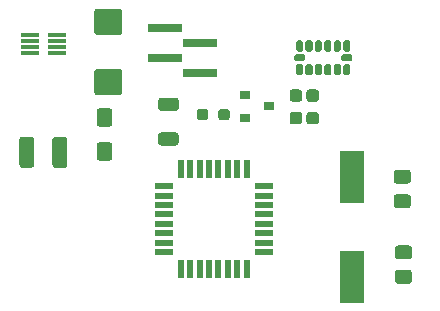
<source format=gbr>
%TF.GenerationSoftware,KiCad,Pcbnew,5.1.10-88a1d61d58~90~ubuntu21.04.1*%
%TF.CreationDate,2021-08-03T21:09:56+05:30*%
%TF.ProjectId,The Sixth Eye KiCAD,54686520-5369-4787-9468-20457965204b,v2*%
%TF.SameCoordinates,Original*%
%TF.FileFunction,Paste,Top*%
%TF.FilePolarity,Positive*%
%FSLAX46Y46*%
G04 Gerber Fmt 4.6, Leading zero omitted, Abs format (unit mm)*
G04 Created by KiCad (PCBNEW 5.1.10-88a1d61d58~90~ubuntu21.04.1) date 2021-08-03 21:09:56*
%MOMM*%
%LPD*%
G01*
G04 APERTURE LIST*
%ADD10R,2.000000X4.500000*%
%ADD11R,0.550000X1.600000*%
%ADD12R,1.600000X0.550000*%
%ADD13R,1.500000X0.300000*%
%ADD14R,3.000000X0.650000*%
%ADD15R,0.900000X0.800000*%
G04 APERTURE END LIST*
D10*
%TO.C,Y1*%
X156550000Y-100050000D03*
X156550000Y-91550000D03*
%TD*%
D11*
%TO.C,U2*%
X142035000Y-99405000D03*
X142835000Y-99405000D03*
X143635000Y-99405000D03*
X144435000Y-99405000D03*
X145235000Y-99405000D03*
X146035000Y-99405000D03*
X146835000Y-99405000D03*
X147635000Y-99405000D03*
D12*
X149085000Y-97955000D03*
X149085000Y-97155000D03*
X149085000Y-96355000D03*
X149085000Y-95555000D03*
X149085000Y-94755000D03*
X149085000Y-93955000D03*
X149085000Y-93155000D03*
X149085000Y-92355000D03*
D11*
X147635000Y-90905000D03*
X146835000Y-90905000D03*
X146035000Y-90905000D03*
X145235000Y-90905000D03*
X144435000Y-90905000D03*
X143635000Y-90905000D03*
X142835000Y-90905000D03*
X142035000Y-90905000D03*
D12*
X140585000Y-92355000D03*
X140585000Y-93155000D03*
X140585000Y-93955000D03*
X140585000Y-94755000D03*
X140585000Y-95555000D03*
X140585000Y-96355000D03*
X140585000Y-97155000D03*
X140585000Y-97955000D03*
%TD*%
D13*
%TO.C,U1*%
X131550000Y-81050000D03*
X131550000Y-80550000D03*
X131550000Y-80050000D03*
X131550000Y-79550000D03*
X129250000Y-79550000D03*
X129250000Y-80050000D03*
X129250000Y-80550000D03*
X129250000Y-81050000D03*
%TD*%
%TO.C,R1*%
G36*
G01*
X141625003Y-88925000D02*
X140374997Y-88925000D01*
G75*
G02*
X140125000Y-88675003I0J249997D01*
G01*
X140125000Y-88049997D01*
G75*
G02*
X140374997Y-87800000I249997J0D01*
G01*
X141625003Y-87800000D01*
G75*
G02*
X141875000Y-88049997I0J-249997D01*
G01*
X141875000Y-88675003D01*
G75*
G02*
X141625003Y-88925000I-249997J0D01*
G01*
G37*
G36*
G01*
X141625003Y-86000000D02*
X140374997Y-86000000D01*
G75*
G02*
X140125000Y-85750003I0J249997D01*
G01*
X140125000Y-85124997D01*
G75*
G02*
X140374997Y-84875000I249997J0D01*
G01*
X141625003Y-84875000D01*
G75*
G02*
X141875000Y-85124997I0J-249997D01*
G01*
X141875000Y-85750003D01*
G75*
G02*
X141625003Y-86000000I-249997J0D01*
G01*
G37*
%TD*%
%TO.C,C1*%
G36*
G01*
X135159999Y-85755000D02*
X136010001Y-85755000D01*
G75*
G02*
X136260000Y-86004999I0J-249999D01*
G01*
X136260000Y-87080001D01*
G75*
G02*
X136010001Y-87330000I-249999J0D01*
G01*
X135159999Y-87330000D01*
G75*
G02*
X134910000Y-87080001I0J249999D01*
G01*
X134910000Y-86004999D01*
G75*
G02*
X135159999Y-85755000I249999J0D01*
G01*
G37*
G36*
G01*
X135159999Y-88630000D02*
X136010001Y-88630000D01*
G75*
G02*
X136260000Y-88879999I0J-249999D01*
G01*
X136260000Y-89955001D01*
G75*
G02*
X136010001Y-90205000I-249999J0D01*
G01*
X135159999Y-90205000D01*
G75*
G02*
X134910000Y-89955001I0J249999D01*
G01*
X134910000Y-88879999D01*
G75*
G02*
X135159999Y-88630000I249999J0D01*
G01*
G37*
%TD*%
%TO.C,C2*%
G36*
G01*
X136825001Y-84675000D02*
X134974999Y-84675000D01*
G75*
G02*
X134725000Y-84425001I0J249999D01*
G01*
X134725000Y-82674999D01*
G75*
G02*
X134974999Y-82425000I249999J0D01*
G01*
X136825001Y-82425000D01*
G75*
G02*
X137075000Y-82674999I0J-249999D01*
G01*
X137075000Y-84425001D01*
G75*
G02*
X136825001Y-84675000I-249999J0D01*
G01*
G37*
G36*
G01*
X136825001Y-79575000D02*
X134974999Y-79575000D01*
G75*
G02*
X134725000Y-79325001I0J249999D01*
G01*
X134725000Y-77574999D01*
G75*
G02*
X134974999Y-77325000I249999J0D01*
G01*
X136825001Y-77325000D01*
G75*
G02*
X137075000Y-77574999I0J-249999D01*
G01*
X137075000Y-79325001D01*
G75*
G02*
X136825001Y-79575000I-249999J0D01*
G01*
G37*
%TD*%
%TO.C,L1*%
G36*
G01*
X132425000Y-88425000D02*
X132425000Y-90575000D01*
G75*
G02*
X132175000Y-90825000I-250000J0D01*
G01*
X131425000Y-90825000D01*
G75*
G02*
X131175000Y-90575000I0J250000D01*
G01*
X131175000Y-88425000D01*
G75*
G02*
X131425000Y-88175000I250000J0D01*
G01*
X132175000Y-88175000D01*
G75*
G02*
X132425000Y-88425000I0J-250000D01*
G01*
G37*
G36*
G01*
X129625000Y-88425000D02*
X129625000Y-90575000D01*
G75*
G02*
X129375000Y-90825000I-250000J0D01*
G01*
X128625000Y-90825000D01*
G75*
G02*
X128375000Y-90575000I0J250000D01*
G01*
X128375000Y-88425000D01*
G75*
G02*
X128625000Y-88175000I250000J0D01*
G01*
X129375000Y-88175000D01*
G75*
G02*
X129625000Y-88425000I0J-250000D01*
G01*
G37*
%TD*%
D14*
%TO.C,J3*%
X140700000Y-78995000D03*
X140700000Y-81535000D03*
X143700000Y-80265000D03*
X143700000Y-82805000D03*
%TD*%
%TO.C,C3*%
G36*
G01*
X161375000Y-100625000D02*
X160425000Y-100625000D01*
G75*
G02*
X160175000Y-100375000I0J250000D01*
G01*
X160175000Y-99700000D01*
G75*
G02*
X160425000Y-99450000I250000J0D01*
G01*
X161375000Y-99450000D01*
G75*
G02*
X161625000Y-99700000I0J-250000D01*
G01*
X161625000Y-100375000D01*
G75*
G02*
X161375000Y-100625000I-250000J0D01*
G01*
G37*
G36*
G01*
X161375000Y-98550000D02*
X160425000Y-98550000D01*
G75*
G02*
X160175000Y-98300000I0J250000D01*
G01*
X160175000Y-97625000D01*
G75*
G02*
X160425000Y-97375000I250000J0D01*
G01*
X161375000Y-97375000D01*
G75*
G02*
X161625000Y-97625000I0J-250000D01*
G01*
X161625000Y-98300000D01*
G75*
G02*
X161375000Y-98550000I-250000J0D01*
G01*
G37*
%TD*%
%TO.C,C4*%
G36*
G01*
X160325000Y-93050000D02*
X161275000Y-93050000D01*
G75*
G02*
X161525000Y-93300000I0J-250000D01*
G01*
X161525000Y-93975000D01*
G75*
G02*
X161275000Y-94225000I-250000J0D01*
G01*
X160325000Y-94225000D01*
G75*
G02*
X160075000Y-93975000I0J250000D01*
G01*
X160075000Y-93300000D01*
G75*
G02*
X160325000Y-93050000I250000J0D01*
G01*
G37*
G36*
G01*
X160325000Y-90975000D02*
X161275000Y-90975000D01*
G75*
G02*
X161525000Y-91225000I0J-250000D01*
G01*
X161525000Y-91900000D01*
G75*
G02*
X161275000Y-92150000I-250000J0D01*
G01*
X160325000Y-92150000D01*
G75*
G02*
X160075000Y-91900000I0J250000D01*
G01*
X160075000Y-91225000D01*
G75*
G02*
X160325000Y-90975000I250000J0D01*
G01*
G37*
%TD*%
%TO.C,R2*%
G36*
G01*
X143400000Y-86537500D02*
X143400000Y-86062500D01*
G75*
G02*
X143637500Y-85825000I237500J0D01*
G01*
X144137500Y-85825000D01*
G75*
G02*
X144375000Y-86062500I0J-237500D01*
G01*
X144375000Y-86537500D01*
G75*
G02*
X144137500Y-86775000I-237500J0D01*
G01*
X143637500Y-86775000D01*
G75*
G02*
X143400000Y-86537500I0J237500D01*
G01*
G37*
G36*
G01*
X145225000Y-86537500D02*
X145225000Y-86062500D01*
G75*
G02*
X145462500Y-85825000I237500J0D01*
G01*
X145962500Y-85825000D01*
G75*
G02*
X146200000Y-86062500I0J-237500D01*
G01*
X146200000Y-86537500D01*
G75*
G02*
X145962500Y-86775000I-237500J0D01*
G01*
X145462500Y-86775000D01*
G75*
G02*
X145225000Y-86537500I0J237500D01*
G01*
G37*
%TD*%
%TO.C,U3*%
G36*
G01*
X152425000Y-81800000D02*
X151775000Y-81800000D01*
G75*
G02*
X151625000Y-81650000I0J150000D01*
G01*
X151625000Y-81350000D01*
G75*
G02*
X151775000Y-81200000I150000J0D01*
G01*
X152425000Y-81200000D01*
G75*
G02*
X152575000Y-81350000I0J-150000D01*
G01*
X152575000Y-81650000D01*
G75*
G02*
X152425000Y-81800000I-150000J0D01*
G01*
G37*
G36*
G01*
X152250000Y-80975000D02*
X151950000Y-80975000D01*
G75*
G02*
X151800000Y-80825000I0J150000D01*
G01*
X151800000Y-80175000D01*
G75*
G02*
X151950000Y-80025000I150000J0D01*
G01*
X152250000Y-80025000D01*
G75*
G02*
X152400000Y-80175000I0J-150000D01*
G01*
X152400000Y-80825000D01*
G75*
G02*
X152250000Y-80975000I-150000J0D01*
G01*
G37*
G36*
G01*
X153050000Y-80975000D02*
X152750000Y-80975000D01*
G75*
G02*
X152600000Y-80825000I0J150000D01*
G01*
X152600000Y-80175000D01*
G75*
G02*
X152750000Y-80025000I150000J0D01*
G01*
X153050000Y-80025000D01*
G75*
G02*
X153200000Y-80175000I0J-150000D01*
G01*
X153200000Y-80825000D01*
G75*
G02*
X153050000Y-80975000I-150000J0D01*
G01*
G37*
G36*
G01*
X153850000Y-80975000D02*
X153550000Y-80975000D01*
G75*
G02*
X153400000Y-80825000I0J150000D01*
G01*
X153400000Y-80175000D01*
G75*
G02*
X153550000Y-80025000I150000J0D01*
G01*
X153850000Y-80025000D01*
G75*
G02*
X154000000Y-80175000I0J-150000D01*
G01*
X154000000Y-80825000D01*
G75*
G02*
X153850000Y-80975000I-150000J0D01*
G01*
G37*
G36*
G01*
X154650000Y-80975000D02*
X154350000Y-80975000D01*
G75*
G02*
X154200000Y-80825000I0J150000D01*
G01*
X154200000Y-80175000D01*
G75*
G02*
X154350000Y-80025000I150000J0D01*
G01*
X154650000Y-80025000D01*
G75*
G02*
X154800000Y-80175000I0J-150000D01*
G01*
X154800000Y-80825000D01*
G75*
G02*
X154650000Y-80975000I-150000J0D01*
G01*
G37*
G36*
G01*
X155450000Y-80975000D02*
X155150000Y-80975000D01*
G75*
G02*
X155000000Y-80825000I0J150000D01*
G01*
X155000000Y-80175000D01*
G75*
G02*
X155150000Y-80025000I150000J0D01*
G01*
X155450000Y-80025000D01*
G75*
G02*
X155600000Y-80175000I0J-150000D01*
G01*
X155600000Y-80825000D01*
G75*
G02*
X155450000Y-80975000I-150000J0D01*
G01*
G37*
G36*
G01*
X156250000Y-80975000D02*
X155950000Y-80975000D01*
G75*
G02*
X155800000Y-80825000I0J150000D01*
G01*
X155800000Y-80175000D01*
G75*
G02*
X155950000Y-80025000I150000J0D01*
G01*
X156250000Y-80025000D01*
G75*
G02*
X156400000Y-80175000I0J-150000D01*
G01*
X156400000Y-80825000D01*
G75*
G02*
X156250000Y-80975000I-150000J0D01*
G01*
G37*
G36*
G01*
X156425000Y-81800000D02*
X155775000Y-81800000D01*
G75*
G02*
X155625000Y-81650000I0J150000D01*
G01*
X155625000Y-81350000D01*
G75*
G02*
X155775000Y-81200000I150000J0D01*
G01*
X156425000Y-81200000D01*
G75*
G02*
X156575000Y-81350000I0J-150000D01*
G01*
X156575000Y-81650000D01*
G75*
G02*
X156425000Y-81800000I-150000J0D01*
G01*
G37*
G36*
G01*
X156250000Y-82975000D02*
X155950000Y-82975000D01*
G75*
G02*
X155800000Y-82825000I0J150000D01*
G01*
X155800000Y-82175000D01*
G75*
G02*
X155950000Y-82025000I150000J0D01*
G01*
X156250000Y-82025000D01*
G75*
G02*
X156400000Y-82175000I0J-150000D01*
G01*
X156400000Y-82825000D01*
G75*
G02*
X156250000Y-82975000I-150000J0D01*
G01*
G37*
G36*
G01*
X155450000Y-82975000D02*
X155150000Y-82975000D01*
G75*
G02*
X155000000Y-82825000I0J150000D01*
G01*
X155000000Y-82175000D01*
G75*
G02*
X155150000Y-82025000I150000J0D01*
G01*
X155450000Y-82025000D01*
G75*
G02*
X155600000Y-82175000I0J-150000D01*
G01*
X155600000Y-82825000D01*
G75*
G02*
X155450000Y-82975000I-150000J0D01*
G01*
G37*
G36*
G01*
X154650000Y-82975000D02*
X154350000Y-82975000D01*
G75*
G02*
X154200000Y-82825000I0J150000D01*
G01*
X154200000Y-82175000D01*
G75*
G02*
X154350000Y-82025000I150000J0D01*
G01*
X154650000Y-82025000D01*
G75*
G02*
X154800000Y-82175000I0J-150000D01*
G01*
X154800000Y-82825000D01*
G75*
G02*
X154650000Y-82975000I-150000J0D01*
G01*
G37*
G36*
G01*
X153850000Y-82975000D02*
X153550000Y-82975000D01*
G75*
G02*
X153400000Y-82825000I0J150000D01*
G01*
X153400000Y-82175000D01*
G75*
G02*
X153550000Y-82025000I150000J0D01*
G01*
X153850000Y-82025000D01*
G75*
G02*
X154000000Y-82175000I0J-150000D01*
G01*
X154000000Y-82825000D01*
G75*
G02*
X153850000Y-82975000I-150000J0D01*
G01*
G37*
G36*
G01*
X153050000Y-82975000D02*
X152750000Y-82975000D01*
G75*
G02*
X152600000Y-82825000I0J150000D01*
G01*
X152600000Y-82175000D01*
G75*
G02*
X152750000Y-82025000I150000J0D01*
G01*
X153050000Y-82025000D01*
G75*
G02*
X153200000Y-82175000I0J-150000D01*
G01*
X153200000Y-82825000D01*
G75*
G02*
X153050000Y-82975000I-150000J0D01*
G01*
G37*
G36*
G01*
X152250000Y-82975000D02*
X151950000Y-82975000D01*
G75*
G02*
X151800000Y-82825000I0J150000D01*
G01*
X151800000Y-82175000D01*
G75*
G02*
X151950000Y-82025000I150000J0D01*
G01*
X152250000Y-82025000D01*
G75*
G02*
X152400000Y-82175000I0J-150000D01*
G01*
X152400000Y-82825000D01*
G75*
G02*
X152250000Y-82975000I-150000J0D01*
G01*
G37*
%TD*%
%TO.C,C6*%
G36*
G01*
X152325000Y-84424999D02*
X152325000Y-84975001D01*
G75*
G02*
X152075001Y-85225000I-249999J0D01*
G01*
X151499999Y-85225000D01*
G75*
G02*
X151250000Y-84975001I0J249999D01*
G01*
X151250000Y-84424999D01*
G75*
G02*
X151499999Y-84175000I249999J0D01*
G01*
X152075001Y-84175000D01*
G75*
G02*
X152325000Y-84424999I0J-249999D01*
G01*
G37*
G36*
G01*
X153750000Y-84424999D02*
X153750000Y-84975001D01*
G75*
G02*
X153500001Y-85225000I-249999J0D01*
G01*
X152924999Y-85225000D01*
G75*
G02*
X152675000Y-84975001I0J249999D01*
G01*
X152675000Y-84424999D01*
G75*
G02*
X152924999Y-84175000I249999J0D01*
G01*
X153500001Y-84175000D01*
G75*
G02*
X153750000Y-84424999I0J-249999D01*
G01*
G37*
%TD*%
%TO.C,C5*%
G36*
G01*
X153750000Y-86324999D02*
X153750000Y-86875001D01*
G75*
G02*
X153500001Y-87125000I-249999J0D01*
G01*
X152924999Y-87125000D01*
G75*
G02*
X152675000Y-86875001I0J249999D01*
G01*
X152675000Y-86324999D01*
G75*
G02*
X152924999Y-86075000I249999J0D01*
G01*
X153500001Y-86075000D01*
G75*
G02*
X153750000Y-86324999I0J-249999D01*
G01*
G37*
G36*
G01*
X152325000Y-86324999D02*
X152325000Y-86875001D01*
G75*
G02*
X152075001Y-87125000I-249999J0D01*
G01*
X151499999Y-87125000D01*
G75*
G02*
X151250000Y-86875001I0J249999D01*
G01*
X151250000Y-86324999D01*
G75*
G02*
X151499999Y-86075000I249999J0D01*
G01*
X152075001Y-86075000D01*
G75*
G02*
X152325000Y-86324999I0J-249999D01*
G01*
G37*
%TD*%
D15*
%TO.C,Q1*%
X147500000Y-84650000D03*
X147500000Y-86550000D03*
X149500000Y-85600000D03*
%TD*%
M02*

</source>
